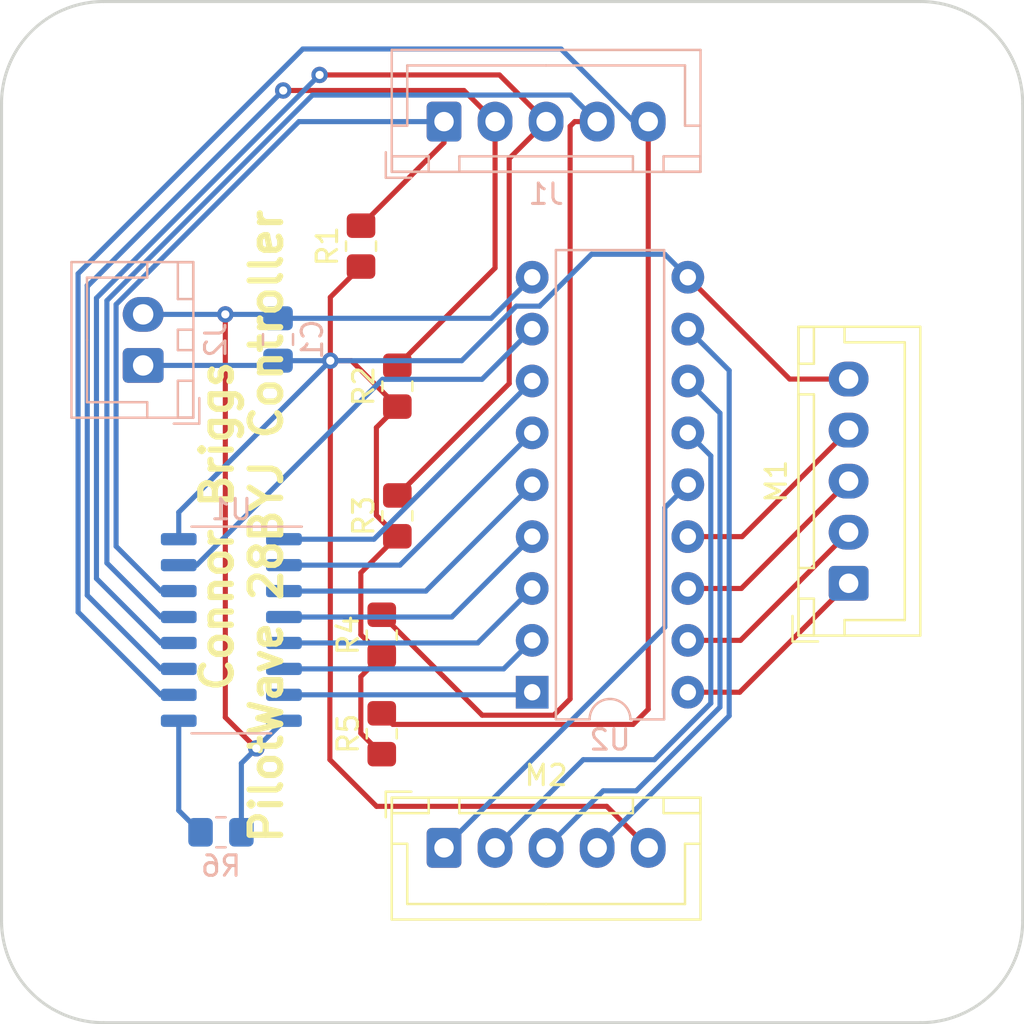
<source format=kicad_pcb>
(kicad_pcb (version 20211014) (generator pcbnew)
  (layers (0 "F.Cu" signal) (31 "B.Cu" signal) (34 "B.Paste" user) (35 "F.Paste" user) (36 "B.SilkS" user "B.Silkscreen") (37 "F.SilkS" user "F.Silkscreen") (38 "B.Mask" user) (39 "F.Mask" user) (44 "Edge.Cuts" user))
  (net 0 "")
  (net 1 "Earth")
  (net 2 "+5V")
  (net 3 "Net-(J1-Pad5)")
  (net 4 "Net-(J1-Pad4)")
  (net 5 "Net-(J1-Pad3)")
  (net 6 "Net-(J1-Pad2)")
  (net 7 "Net-(J1-Pad1)")
  (net 8 "Net-(M1-Pad4)")
  (net 9 "Net-(M1-Pad3)")
  (net 10 "Net-(M1-Pad2)")
  (net 11 "Net-(M1-Pad1)")
  (net 12 "Net-(M2-Pad4)")
  (net 13 "Net-(M2-Pad3)")
  (net 14 "Net-(M2-Pad2)")
  (net 15 "Net-(M2-Pad1)")
  (net 16 "Net-(R6-Pad1)")
  (net 17 "Net-(U1-Pad15)")
  (net 18 "Net-(U1-Pad7)")
  (net 19 "Net-(U1-Pad6)")
  (net 20 "Net-(U1-Pad5)")
  (net 21 "Net-(U1-Pad4)")
  (net 22 "Net-(U1-Pad3)")
  (net 23 "Net-(U1-Pad2)")
  (net 24 "Net-(U1-Pad1)")
  (footprint "Connector_JST:JST_XH_B5B-XH-A_1x05_P2.50mm_Vertical" (layer "F.Cu") (at 141.478 78.486 90)
    (fp_text reference "M1" (at 5 -3.55 90) (layer "F.SilkS"))
    (fp_text value "28BYJ-48_Stepper")
    (fp_line (start -0.75 -2.45) (end -2.55 -2.45) (layer "F.SilkS") (width 0.12))
    (fp_line (start -2.56 -2.46) (end -2.56 3.51) (layer "F.SilkS") (width 0.12))
    (fp_line (start -2.55 -1.7) (end -0.75 -1.7) (layer "F.SilkS") (width 0.12))
    (fp_line (start 10.75 -2.45) (end 10.75 -1.7) (layer "F.SilkS") (width 0.12))
    (fp_line (start 0.75 -1.7) (end 9.25 -1.7) (layer "F.SilkS") (width 0.12))
    (fp_line (start 10.75 -1.7) (end 12.55 -1.7) (layer "F.SilkS") (width 0.12))
    (fp_line (start -1.6 -2.75) (end -2.85 -2.75) (layer "F.SilkS") (width 0.12))
    (fp_line (start -1.8 -0.2) (end -1.8 2.75) (layer "F.SilkS") (width 0.12))
    (fp_line (start 12.55 -2.45) (end 10.75 -2.45) (layer "F.SilkS") (width 0.12))
    (fp_line (start 9.25 -2.45) (end 0.75 -2.45) (layer "F.SilkS") (width 0.12))
    (fp_line (start 0.75 -2.45) (end 0.75 -1.7) (layer "F.SilkS") (width 0.12))
    (fp_line (start -1.8 2.75) (end 5 2.75) (layer "F.SilkS") (width 0.12))
    (fp_line (start 12.56 -2.46) (end -2.56 -2.46) (layer "F.SilkS") (width 0.12))
    (fp_line (start 11.8 -0.2) (end 11.8 2.75) (layer "F.SilkS") (width 0.12))
    (fp_line (start 12.56 3.51) (end 12.56 -2.46) (layer "F.SilkS") (width 0.12))
    (fp_line (start -0.75 -1.7) (end -0.75 -2.45) (layer "F.SilkS") (width 0.12))
    (fp_line (start -2.85 -2.75) (end -2.85 -1.5) (layer "F.SilkS") (width 0.12))
    (fp_line (start -2.56 3.51) (end 12.56 3.51) (layer "F.SilkS") (width 0.12))
    (fp_line (start -2.55 -0.2) (end -1.8 -0.2) (layer "F.SilkS") (width 0.12))
    (fp_line (start 11.8 2.75) (end 5 2.75) (layer "F.SilkS") (width 0.12))
    (fp_line (start 12.55 -1.7) (end 12.55 -2.45) (layer "F.SilkS") (width 0.12))
    (fp_line (start 9.25 -1.7) (end 9.25 -2.45) (layer "F.SilkS") (width 0.12))
    (fp_line (start -2.55 -2.45) (end -2.55 -1.7) (layer "F.SilkS") (width 0.12))
    (fp_line (start 12.55 -0.2) (end 11.8 -0.2) (layer "F.SilkS") (width 0.12))
    (pad "1" thru_hole roundrect locked (at 0 0 90) (size 1.7 1.95) (drill 0.95) (layers *.Cu *.Mask) (roundrect_rratio 0.147059) (net 11 "Net-(M1-Pad1)"))
    (pad "2" thru_hole oval locked (at 2.5 0 90) (size 1.7 1.95) (drill 0.95) (layers *.Cu *.Mask) (net 10 "Net-(M1-Pad2)"))
    (pad "3" thru_hole oval locked (at 5 0 90) (size 1.7 1.95) (drill 0.95) (layers *.Cu *.Mask) (net 9 "Net-(M1-Pad3)"))
    (pad "4" thru_hole oval locked (at 7.5 0 90) (size 1.7 1.95) (drill 0.95) (layers *.Cu *.Mask) (net 8 "Net-(M1-Pad4)"))
    (pad "5" thru_hole oval locked (at 10 0 90) (size 1.7 1.95) (drill 0.95) (layers *.Cu *.Mask) (net 2 "+5V"))
  )
  (footprint "Connector_JST:JST_XH_B5B-XH-A_1x05_P2.50mm_Vertical" (layer "F.Cu") (at 121.666 91.44)
    (fp_text reference "M2" (at 5 -3.55) (layer "F.SilkS"))
    (fp_text value "28BYJ-48_Stepper")
    (fp_line (start 9.25 -1.7) (end 9.25 -2.45) (layer "F.SilkS") (width 0.12))
    (fp_line (start -2.56 3.51) (end 12.56 3.51) (layer "F.SilkS") (width 0.12))
    (fp_line (start -2.56 -2.46) (end -2.56 3.51) (layer "F.SilkS") (width 0.12))
    (fp_line (start 0.75 -1.7) (end 9.25 -1.7) (layer "F.SilkS") (width 0.12))
    (fp_line (start -0.75 -1.7) (end -0.75 -2.45) (layer "F.SilkS") (width 0.12))
    (fp_line (start 12.56 -2.46) (end -2.56 -2.46) (layer "F.SilkS") (width 0.12))
    (fp_line (start -2.55 -2.45) (end -2.55 -1.7) (layer "F.SilkS") (width 0.12))
    (fp_line (start 12.55 -0.2) (end 11.8 -0.2) (layer "F.SilkS") (width 0.12))
    (fp_line (start -0.75 -2.45) (end -2.55 -2.45) (layer "F.SilkS") (width 0.12))
    (fp_line (start 12.56 3.51) (end 12.56 -2.46) (layer "F.SilkS") (width 0.12))
    (fp_line (start 11.8 -0.2) (end 11.8 2.75) (layer "F.SilkS") (width 0.12))
    (fp_line (start -2.55 -0.2) (end -1.8 -0.2) (layer "F.SilkS") (width 0.12))
    (fp_line (start 12.55 -2.45) (end 10.75 -2.45) (layer "F.SilkS") (width 0.12))
    (fp_line (start 11.8 2.75) (end 5 2.75) (layer "F.SilkS") (width 0.12))
    (fp_line (start 12.55 -1.7) (end 12.55 -2.45) (layer "F.SilkS") (width 0.12))
    (fp_line (start 10.75 -2.45) (end 10.75 -1.7) (layer "F.SilkS") (width 0.12))
    (fp_line (start -2.85 -2.75) (end -2.85 -1.5) (layer "F.SilkS") (width 0.12))
    (fp_line (start -1.6 -2.75) (end -2.85 -2.75) (layer "F.SilkS") (width 0.12))
    (fp_line (start 0.75 -2.45) (end 0.75 -1.7) (layer "F.SilkS") (width 0.12))
    (fp_line (start 10.75 -1.7) (end 12.55 -1.7) (layer "F.SilkS") (width 0.12))
    (fp_line (start 9.25 -2.45) (end 0.75 -2.45) (layer "F.SilkS") (width 0.12))
    (fp_line (start -1.8 2.75) (end 5 2.75) (layer "F.SilkS") (width 0.12))
    (fp_line (start -1.8 -0.2) (end -1.8 2.75) (layer "F.SilkS") (width 0.12))
    (fp_line (start -2.55 -1.7) (end -0.75 -1.7) (layer "F.SilkS") (width 0.12))
    (pad "1" thru_hole roundrect locked (at 0 0) (size 1.7 1.95) (drill 0.95) (layers *.Cu *.Mask) (roundrect_rratio 0.147059) (net 15 "Net-(M2-Pad1)"))
    (pad "2" thru_hole oval locked (at 2.5 0) (size 1.7 1.95) (drill 0.95) (layers *.Cu *.Mask) (net 14 "Net-(M2-Pad2)"))
    (pad "3" thru_hole oval locked (at 5 0) (size 1.7 1.95) (drill 0.95) (layers *.Cu *.Mask) (net 13 "Net-(M2-Pad3)"))
    (pad "4" thru_hole oval locked (at 7.5 0) (size 1.7 1.95) (drill 0.95) (layers *.Cu *.Mask) (net 12 "Net-(M2-Pad4)"))
    (pad "5" thru_hole oval locked (at 10 0) (size 1.7 1.95) (drill 0.95) (layers *.Cu *.Mask) (net 2 "+5V"))
  )
  (footprint "Resistor_SMD:R_0805_2012Metric_Pad1.20x1.40mm_HandSolder" (layer "F.Cu") (at 117.602 61.976 90)
    (fp_text reference "R1" (at 0 -1.65 270) (layer "F.SilkS"))
    (fp_text value "10K")
    (fp_line (start -0.227064 0.735) (end 0.227064 0.735) (layer "F.SilkS") (width 0.12))
    (fp_line (start -0.227064 -0.735) (end 0.227064 -0.735) (layer "F.SilkS") (width 0.12))
    (pad "1" smd roundrect locked (at -1 0 90) (size 1.2 1.4) (layers "F.Cu" "F.Paste" "F.Mask") (roundrect_rratio 0.208333) (net 2 "+5V"))
    (pad "2" smd roundrect locked (at 1 0 90) (size 1.2 1.4) (layers "F.Cu" "F.Paste" "F.Mask") (roundrect_rratio 0.208333) (net 7 "Net-(J1-Pad1)"))
  )
  (footprint "Resistor_SMD:R_0805_2012Metric_Pad1.20x1.40mm_HandSolder" (layer "F.Cu") (at 119.38 68.834 90)
    (fp_text reference "R2" (at 0 -1.65 270) (layer "F.SilkS"))
    (fp_text value "10K")
    (fp_line (start -0.227064 -0.735) (end 0.227064 -0.735) (layer "F.SilkS") (width 0.12))
    (fp_line (start -0.227064 0.735) (end 0.227064 0.735) (layer "F.SilkS") (width 0.12))
    (pad "1" smd roundrect locked (at -1 0 90) (size 1.2 1.4) (layers "F.Cu" "F.Paste" "F.Mask") (roundrect_rratio 0.208333) (net 2 "+5V"))
    (pad "2" smd roundrect locked (at 1 0 90) (size 1.2 1.4) (layers "F.Cu" "F.Paste" "F.Mask") (roundrect_rratio 0.208333) (net 6 "Net-(J1-Pad2)"))
  )
  (footprint "Resistor_SMD:R_0805_2012Metric_Pad1.20x1.40mm_HandSolder" (layer "F.Cu") (at 119.38 75.184 90)
    (fp_text reference "R3" (at 0 -1.65 270) (layer "F.SilkS"))
    (fp_text value "10K")
    (fp_line (start -0.227064 -0.735) (end 0.227064 -0.735) (layer "F.SilkS") (width 0.12))
    (fp_line (start -0.227064 0.735) (end 0.227064 0.735) (layer "F.SilkS") (width 0.12))
    (pad "1" smd roundrect locked (at -1 0 90) (size 1.2 1.4) (layers "F.Cu" "F.Paste" "F.Mask") (roundrect_rratio 0.208333) (net 2 "+5V"))
    (pad "2" smd roundrect locked (at 1 0 90) (size 1.2 1.4) (layers "F.Cu" "F.Paste" "F.Mask") (roundrect_rratio 0.208333) (net 5 "Net-(J1-Pad3)"))
  )
  (footprint "Resistor_SMD:R_0805_2012Metric_Pad1.20x1.40mm_HandSolder" (layer "F.Cu") (at 118.618 81.026 90)
    (fp_text reference "R4" (at 0 -1.65 270) (layer "F.SilkS"))
    (fp_text value "10K")
    (fp_line (start -0.227064 -0.735) (end 0.227064 -0.735) (layer "F.SilkS") (width 0.12))
    (fp_line (start -0.227064 0.735) (end 0.227064 0.735) (layer "F.SilkS") (width 0.12))
    (pad "1" smd roundrect locked (at -1 0 90) (size 1.2 1.4) (layers "F.Cu" "F.Paste" "F.Mask") (roundrect_rratio 0.208333) (net 2 "+5V"))
    (pad "2" smd roundrect locked (at 1 0 90) (size 1.2 1.4) (layers "F.Cu" "F.Paste" "F.Mask") (roundrect_rratio 0.208333) (net 4 "Net-(J1-Pad4)"))
  )
  (footprint "Resistor_SMD:R_0805_2012Metric_Pad1.20x1.40mm_HandSolder" (layer "F.Cu") (at 118.618 85.852 90)
    (fp_text reference "R5" (at 0 -1.65 90) (layer "F.SilkS"))
    (fp_text value "10K")
    (fp_line (start -0.227064 0.735) (end 0.227064 0.735) (layer "F.SilkS") (width 0.12))
    (fp_line (start -0.227064 -0.735) (end 0.227064 -0.735) (layer "F.SilkS") (width 0.12))
    (pad "1" smd roundrect locked (at -1 0 90) (size 1.2 1.4) (layers "F.Cu" "F.Paste" "F.Mask") (roundrect_rratio 0.208333) (net 2 "+5V"))
    (pad "2" smd roundrect locked (at 1 0 90) (size 1.2 1.4) (layers "F.Cu" "F.Paste" "F.Mask") (roundrect_rratio 0.208333) (net 3 "Net-(J1-Pad5)"))
  )
  (footprint "MountingHole:MountingHole_4.3mm_M4_ISO14580" (layer "F.Cu") (at 105 55)
    (fp_text reference "REF**" hide)
    (fp_text value "MountingHole_4.3mm_M4_ISO14580" hide)
    (pad "" np_thru_hole circle locked (at 0 0) (size 4.3 4.3) (drill 4.3) (layers *.Cu *.Mask))
  )
  (footprint "MountingHole:MountingHole_4.3mm_M4_ISO14580" (layer "F.Cu") (at 145 55)
    (fp_text reference "REF**" hide)
    (fp_text value "MountingHole_4.3mm_M4_ISO14580" hide)
    (pad "" np_thru_hole circle locked (at 0 0) (size 4.3 4.3) (drill 4.3) (layers *.Cu *.Mask))
  )
  (footprint "MountingHole:MountingHole_4.3mm_M4_ISO14580" (layer "F.Cu") (at 105 95)
    (fp_text reference "REF**" hide)
    (fp_text value "MountingHole_4.3mm_M4_ISO14580" hide)
    (pad "" np_thru_hole circle locked (at 0 0) (size 4.3 4.3) (drill 4.3) (layers *.Cu *.Mask))
  )
  (footprint "MountingHole:MountingHole_4.3mm_M4_ISO14580" (layer "F.Cu") (at 145 95)
    (fp_text reference "REF**" hide)
    (fp_text value "MountingHole_4.3mm_M4_ISO14580" hide)
    (pad "" np_thru_hole circle locked (at 0 0) (size 4.3 4.3) (drill 4.3) (layers *.Cu *.Mask))
  )
  (footprint "Capacitor_SMD:C_0805_2012Metric_Pad1.18x1.45mm_HandSolder" (layer "B.Cu") (at 113.538 66.548 90)
    (fp_text reference "C1" (at 0 1.68 270) (layer "B.SilkS") (effects (justify mirror)))
    (fp_text value "10 nF")
    (fp_line (start -0.261252 0.735) (end 0.261252 0.735) (layer "B.SilkS") (width 0.12))
    (fp_line (start -0.261252 -0.735) (end 0.261252 -0.735) (layer "B.SilkS") (width 0.12))
    (pad "1" smd roundrect locked (at -1.0375 0 90) (size 1.175 1.45) (layers "B.Cu" "B.Paste" "B.Mask") (roundrect_rratio 0.212766) (net 2 "+5V"))
    (pad "2" smd roundrect locked (at 1.0375 0 90) (size 1.175 1.45) (layers "B.Cu" "B.Paste" "B.Mask") (roundrect_rratio 0.212766) (net 1 "Earth"))
  )
  (footprint "Connector_JST:JST_XH_B5B-XH-A_1x05_P2.50mm_Vertical" (layer "B.Cu") (at 121.666 55.88)
    (fp_text reference "J1" (at 5 3.55) (layer "B.SilkS") (effects (justify mirror)))
    (fp_text value "INPUT")
    (fp_line (start 12.56 2.46) (end -2.56 2.46) (layer "B.SilkS") (width 0.12))
    (fp_line (start -2.55 2.45) (end -2.55 1.7) (layer "B.SilkS") (width 0.12))
    (fp_line (start 11.8 -2.75) (end 5 -2.75) (layer "B.SilkS") (width 0.12))
    (fp_line (start 9.25 1.7) (end 9.25 2.45) (layer "B.SilkS") (width 0.12))
    (fp_line (start -2.56 -3.51) (end 12.56 -3.51) (layer "B.SilkS") (width 0.12))
    (fp_line (start -1.8 -2.75) (end 5 -2.75) (layer "B.SilkS") (width 0.12))
    (fp_line (start -0.75 2.45) (end -2.55 2.45) (layer "B.SilkS") (width 0.12))
    (fp_line (start 12.55 2.45) (end 10.75 2.45) (layer "B.SilkS") (width 0.12))
    (fp_line (start 0.75 2.45) (end 0.75 1.7) (layer "B.SilkS") (width 0.12))
    (fp_line (start -1.8 0.2) (end -1.8 -2.75) (layer "B.SilkS") (width 0.12))
    (fp_line (start -0.75 1.7) (end -0.75 2.45) (layer "B.SilkS") (width 0.12))
    (fp_line (start 0.75 1.7) (end 9.25 1.7) (layer "B.SilkS") (width 0.12))
    (fp_line (start 12.55 0.2) (end 11.8 0.2) (layer "B.SilkS") (width 0.12))
    (fp_line (start -1.6 2.75) (end -2.85 2.75) (layer "B.SilkS") (width 0.12))
    (fp_line (start -2.55 0.2) (end -1.8 0.2) (layer "B.SilkS") (width 0.12))
    (fp_line (start 10.75 2.45) (end 10.75 1.7) (layer "B.SilkS") (width 0.12))
    (fp_line (start -2.85 2.75) (end -2.85 1.5) (layer "B.SilkS") (width 0.12))
    (fp_line (start 12.55 1.7) (end 12.55 2.45) (layer "B.SilkS") (width 0.12))
    (fp_line (start 9.25 2.45) (end 0.75 2.45) (layer "B.SilkS") (width 0.12))
    (fp_line (start 12.56 -3.51) (end 12.56 2.46) (layer "B.SilkS") (width 0.12))
    (fp_line (start 10.75 1.7) (end 12.55 1.7) (layer "B.SilkS") (width 0.12))
    (fp_line (start -2.56 2.46) (end -2.56 -3.51) (layer "B.SilkS") (width 0.12))
    (fp_line (start 11.8 0.2) (end 11.8 -2.75) (layer "B.SilkS") (width 0.12))
    (fp_line (start -2.55 1.7) (end -0.75 1.7) (layer "B.SilkS") (width 0.12))
    (pad "1" thru_hole roundrect locked (at 0 0) (size 1.7 1.95) (drill 0.95) (layers *.Cu *.Mask) (roundrect_rratio 0.147059) (net 7 "Net-(J1-Pad1)"))
    (pad "2" thru_hole oval locked (at 2.5 0) (size 1.7 1.95) (drill 0.95) (layers *.Cu *.Mask) (net 6 "Net-(J1-Pad2)"))
    (pad "3" thru_hole oval locked (at 5 0) (size 1.7 1.95) (drill 0.95) (layers *.Cu *.Mask) (net 5 "Net-(J1-Pad3)"))
    (pad "4" thru_hole oval locked (at 7.5 0) (size 1.7 1.95) (drill 0.95) (layers *.Cu *.Mask) (net 4 "Net-(J1-Pad4)"))
    (pad "5" thru_hole oval locked (at 10 0) (size 1.7 1.95) (drill 0.95) (layers *.Cu *.Mask) (net 3 "Net-(J1-Pad5)"))
  )
  (footprint "Connector_JST:JST_XH_B2B-XH-A_1x02_P2.50mm_Vertical" (layer "B.Cu") (at 106.934 67.818 90)
    (fp_text reference "J2" (at 1.25 3.55 90) (layer "B.SilkS") (effects (justify mirror)))
    (fp_text value "5V")
    (fp_line (start 0.75 1.7) (end 1.75 1.7) (layer "B.SilkS") (width 0.12))
    (fp_line (start 5.06 -3.51) (end 5.06 2.46) (layer "B.SilkS") (width 0.12))
    (fp_line (start -2.55 2.45) (end -2.55 1.7) (layer "B.SilkS") (width 0.12))
    (fp_line (start 4.3 -2.75) (end 1.25 -2.75) (layer "B.SilkS") (width 0.12))
    (fp_line (start 4.3 0.2) (end 4.3 -2.75) (layer "B.SilkS") (width 0.12))
    (fp_line (start 5.05 0.2) (end 4.3 0.2) (layer "B.SilkS") (width 0.12))
    (fp_line (start -0.75 2.45) (end -2.55 2.45) (layer "B.SilkS") (width 0.12))
    (fp_line (start -2.55 0.2) (end -1.8 0.2) (layer "B.SilkS") (width 0.12))
    (fp_line (start 5.06 2.46) (end -2.56 2.46) (layer "B.SilkS") (width 0.12))
    (fp_line (start 5.05 2.45) (end 3.25 2.45) (layer "B.SilkS") (width 0.12))
    (fp_line (start 1.75 2.45) (end 0.75 2.45) (layer "B.SilkS") (width 0.12))
    (fp_line (start -2.56 2.46) (end -2.56 -3.51) (layer "B.SilkS") (width 0.12))
    (fp_line (start -2.55 1.7) (end -0.75 1.7) (layer "B.SilkS") (width 0.12))
    (fp_line (start 1.75 1.7) (end 1.75 2.45) (layer "B.SilkS") (width 0.12))
    (fp_line (start -2.56 -3.51) (end 5.06 -3.51) (layer "B.SilkS") (width 0.12))
    (fp_line (start -1.6 2.75) (end -2.85 2.75) (layer "B.SilkS") (width 0.12))
    (fp_line (start 5.05 1.7) (end 5.05 2.45) (layer "B.SilkS") (width 0.12))
    (fp_line (start 3.25 2.45) (end 3.25 1.7) (layer "B.SilkS") (width 0.12))
    (fp_line (start 0.75 2.45) (end 0.75 1.7) (layer "B.SilkS") (width 0.12))
    (fp_line (start -1.8 -2.75) (end 1.25 -2.75) (layer "B.SilkS") (width 0.12))
    (fp_line (start -0.75 1.7) (end -0.75 2.45) (layer "B.SilkS") (width 0.12))
    (fp_line (start 3.25 1.7) (end 5.05 1.7) (layer "B.SilkS") (width 0.12))
    (fp_line (start -1.8 0.2) (end -1.8 -2.75) (layer "B.SilkS") (width 0.12))
    (fp_line (start -2.85 2.75) (end -2.85 1.5) (layer "B.SilkS") (width 0.12))
    (pad "1" thru_hole roundrect locked (at 0 0 90) (size 1.7 2) (drill 1) (layers *.Cu *.Mask) (roundrect_rratio 0.147059) (net 2 "+5V"))
    (pad "2" thru_hole oval locked (at 2.5 0 90) (size 1.7 2) (drill 1) (layers *.Cu *.Mask) (net 1 "Earth"))
  )
  (footprint "Resistor_SMD:R_0805_2012Metric_Pad1.20x1.40mm_HandSolder" (layer "B.Cu") (at 110.744 90.678)
    (fp_text reference "R6" (at 0 1.65) (layer "B.SilkS") (effects (justify mirror)))
    (fp_text value "1K")
    (fp_line (start -0.227064 -0.735) (end 0.227064 -0.735) (layer "B.SilkS") (width 0.12))
    (fp_line (start -0.227064 0.735) (end 0.227064 0.735) (layer "B.SilkS") (width 0.12))
    (pad "1" smd roundrect locked (at -1 0) (size 1.2 1.4) (layers "B.Cu" "B.Paste" "B.Mask") (roundrect_rratio 0.208333) (net 16 "Net-(R6-Pad1)"))
    (pad "2" smd roundrect locked (at 1 0) (size 1.2 1.4) (layers "B.Cu" "B.Paste" "B.Mask") (roundrect_rratio 0.208333) (net 1 "Earth"))
  )
  (footprint "Package_SO:SO-16_3.9x9.9mm_P1.27mm" (layer "B.Cu") (at 111.252 80.772 180)
    (fp_text reference "U1" (at 0 5.9) (layer "B.SilkS") (effects (justify mirror)))
    (fp_text value "74HC595")
    (fp_line (start 0 5.06) (end 1.95 5.06) (layer "B.SilkS") (width 0.12))
    (fp_line (start 0 -5.06) (end 1.95 -5.06) (layer "B.SilkS") (width 0.12))
    (fp_line (start 0 -5.06) (end -1.95 -5.06) (layer "B.SilkS") (width 0.12))
    (fp_line (start 0 5.06) (end -3.45 5.06) (layer "B.SilkS") (width 0.12))
    (pad "1" smd roundrect locked (at -2.575 4.445 180) (size 1.75 0.6) (layers "B.Cu" "B.Paste" "B.Mask") (net 24 "Net-(U1-Pad1)"))
    (pad "2" smd roundrect locked (at -2.575 3.175 180) (size 1.75 0.6) (layers "B.Cu" "B.Paste" "B.Mask") (net 23 "Net-(U1-Pad2)"))
    (pad "3" smd roundrect locked (at -2.575 1.905 180) (size 1.75 0.6) (layers "B.Cu" "B.Paste" "B.Mask") (net 22 "Net-(U1-Pad3)"))
    (pad "4" smd roundrect locked (at -2.575 0.635 180) (size 1.75 0.6) (layers "B.Cu" "B.Paste" "B.Mask") (net 21 "Net-(U1-Pad4)"))
    (pad "5" smd roundrect locked (at -2.575 -0.635 180) (size 1.75 0.6) (layers "B.Cu" "B.Paste" "B.Mask") (net 20 "Net-(U1-Pad5)"))
    (pad "6" smd roundrect locked (at -2.575 -1.905 180) (size 1.75 0.6) (layers "B.Cu" "B.Paste" "B.Mask") (net 19 "Net-(U1-Pad6)"))
    (pad "7" smd roundrect locked (at -2.575 -3.175 180) (size 1.75 0.6) (layers "B.Cu" "B.Paste" "B.Mask") (net 18 "Net-(U1-Pad7)"))
    (pad "8" smd roundrect locked (at -2.575 -4.445 180) (size 1.75 0.6) (layers "B.Cu" "B.Paste" "B.Mask") (net 1 "Earth"))
    (pad "9" smd roundrect locked (at 2.575 -4.445 180) (size 1.75 0.6) (layers "B.Cu" "B.Paste" "B.Mask") (net 16 "Net-(R6-Pad1)"))
    (pad "10" smd roundrect locked (at 2.575 -3.175 180) (size 1.75 0.6) (layers "B.Cu" "B.Paste" "B.Mask") (net 3 "Net-(J1-Pad5)"))
    (pad "11" smd roundrect locked (at 2.575 -1.905 180) (size 1.75 0.6) (layers "B.Cu" "B.Paste" "B.Mask") (net 6 "Net-(J1-Pad2)"))
    (pad "12" smd roundrect locked (at 2.575 -0.635 180) (size 1.75 0.6) (layers "B.Cu" "B.Paste" "B.Mask") (net 5 "Net-(J1-Pad3)"))
    (pad "13" smd roundrect locked (at 2.575 0.635 180) (size 1.75 0.6) (layers "B.Cu" "B.Paste" "B.Mask") (net 4 "Net-(J1-Pad4)"))
    (pad "14" smd roundrect locked (at 2.575 1.905 180) (size 1.75 0.6) (layers "B.Cu" "B.Paste" "B.Mask") (net 7 "Net-(J1-Pad1)"))
    (pad "15" smd roundrect locked (at 2.575 3.175 180) (size 1.75 0.6) (layers "B.Cu" "B.Paste" "B.Mask") (net 17 "Net-(U1-Pad15)"))
    (pad "16" smd roundrect locked (at 2.575 4.445 180) (size 1.75 0.6) (layers "B.Cu" "B.Paste" "B.Mask") (net 2 "+5V"))
  )
  (footprint "Package_DIP:DIP-18_W7.62mm" (layer "B.Cu") (at 125.984 83.82)
    (fp_text reference "U2" (at 3.81 2.33) (layer "B.SilkS") (effects (justify mirror)))
    (fp_text value "ULN2803A")
    (fp_line (start 6.46 1.33) (end 4.81 1.33) (layer "B.SilkS") (width 0.12))
    (fp_line (start 1.16 -21.65) (end 6.46 -21.65) (layer "B.SilkS") (width 0.12))
    (fp_line (start 6.46 -21.65) (end 6.46 1.33) (layer "B.SilkS") (width 0.12))
    (fp_line (start 1.16 1.33) (end 1.16 -21.65) (layer "B.SilkS") (width 0.12))
    (fp_line (start 2.81 1.33) (end 1.16 1.33) (layer "B.SilkS") (width 0.12))
    (fp_arc (start 2.81 1.33) (mid 3.81 0.33) (end 4.81 1.33) (layer "B.SilkS") (width 0.12))
    (pad "1" thru_hole rect locked (at 0 0) (size 1.6 1.6) (drill 0.8) (layers *.Cu *.Mask) (net 18 "Net-(U1-Pad7)"))
    (pad "2" thru_hole oval locked (at 0 -2.54) (size 1.6 1.6) (drill 0.8) (layers *.Cu *.Mask) (net 19 "Net-(U1-Pad6)"))
    (pad "3" thru_hole oval locked (at 0 -5.08) (size 1.6 1.6) (drill 0.8) (layers *.Cu *.Mask) (net 20 "Net-(U1-Pad5)"))
    (pad "4" thru_hole oval locked (at 0 -7.62) (size 1.6 1.6) (drill 0.8) (layers *.Cu *.Mask) (net 21 "Net-(U1-Pad4)"))
    (pad "5" thru_hole oval locked (at 0 -10.16) (size 1.6 1.6) (drill 0.8) (layers *.Cu *.Mask) (net 22 "Net-(U1-Pad3)"))
    (pad "6" thru_hole oval locked (at 0 -12.7) (size 1.6 1.6) (drill 0.8) (layers *.Cu *.Mask) (net 23 "Net-(U1-Pad2)"))
    (pad "7" thru_hole oval locked (at 0 -15.24) (size 1.6 1.6) (drill 0.8) (layers *.Cu *.Mask) (net 24 "Net-(U1-Pad1)"))
    (pad "8" thru_hole oval locked (at 0 -17.78) (size 1.6 1.6) (drill 0.8) (layers *.Cu *.Mask) (net 17 "Net-(U1-Pad15)"))
    (pad "9" thru_hole oval locked (at 0 -20.32) (size 1.6 1.6) (drill 0.8) (layers *.Cu *.Mask) (net 1 "Earth"))
    (pad "10" thru_hole oval locked (at 7.62 -20.32) (size 1.6 1.6) (drill 0.8) (layers *.Cu *.Mask) (net 2 "+5V"))
    (pad "11" thru_hole oval locked (at 7.62 -17.78) (size 1.6 1.6) (drill 0.8) (layers *.Cu *.Mask) (net 12 "Net-(M2-Pad4)"))
    (pad "12" thru_hole oval locked (at 7.62 -15.24) (size 1.6 1.6) (drill 0.8) (layers *.Cu *.Mask) (net 13 "Net-(M2-Pad3)"))
    (pad "13" thru_hole oval locked (at 7.62 -12.7) (size 1.6 1.6) (drill 0.8) (layers *.Cu *.Mask) (net 14 "Net-(M2-Pad2)"))
    (pad "14" thru_hole oval locked (at 7.62 -10.16) (size 1.6 1.6) (drill 0.8) (layers *.Cu *.Mask) (net 15 "Net-(M2-Pad1)"))
    (pad "15" thru_hole oval locked (at 7.62 -7.62) (size 1.6 1.6) (drill 0.8) (layers *.Cu *.Mask) (net 8 "Net-(M1-Pad4)"))
    (pad "16" thru_hole oval locked (at 7.62 -5.08) (size 1.6 1.6) (drill 0.8) (layers *.Cu *.Mask) (net 9 "Net-(M1-Pad3)"))
    (pad "17" thru_hole oval locked (at 7.62 -2.54) (size 1.6 1.6) (drill 0.8) (layers *.Cu *.Mask) (net 10 "Net-(M1-Pad2)"))
    (pad "18" thru_hole oval locked (at 7.62 0) (size 1.6 1.6) (drill 0.8) (layers *.Cu *.Mask) (net 11 "Net-(M1-Pad1)"))
  )
  (gr_line (start 100 95) (end 100 55) (layer "Edge.Cuts") (width 0.15))
  (gr_line (start 150 55) (end 150 95) (layer "Edge.Cuts") (width 0.15))
  (gr_arc (start 150 95) (mid 148.535534 98.535534) (end 145 100) (layer "Edge.Cuts") (width 0.15))
  (gr_line (start 105 50) (end 145 50) (layer "Edge.Cuts") (width 0.15))
  (gr_arc (start 145 50) (mid 148.535534 51.464466) (end 150 55) (layer "Edge.Cuts") (width 0.15))
  (gr_arc (start 105 100) (mid 101.464466 98.535534) (end 100 95) (layer "Edge.Cuts") (width 0.15))
  (gr_line (start 145 100) (end 105 100) (layer "Edge.Cuts") (width 0.15))
  (gr_arc (start 100 55) (mid 101.464466 51.464466) (end 105 50) (layer "Edge.Cuts") (width 0.15))
  (gr_text "Connor Briggs\nPilotWave 28BYJ Controller" (at 111.76 75.692 90) (layer "F.SilkS") (effects (font (size 1.5 1.5) (thickness 0.3))))
  (segment (start 110.958 65.318) (end 110.958 85.05) (width 0.25) (layer "F.Cu") (net 1))
  (segment (start 110.958 85.05) (end 112.476 86.568) (width 0.25) (layer "F.Cu") (net 1))
  (via (at 110.958 65.318) (size 0.8) (drill 0.4) (layers "F.Cu" "B.Cu") (net 1))
  (via (at 112.476 86.568) (size 0.8) (drill 0.4) (layers "F.Cu" "B.Cu") (net 1))
  (segment (start 112.476 86.568) (end 113.827 85.217) (width 0.25) (layer "B.Cu") (net 1))
  (segment (start 110.958 65.318) (end 113.3455 65.318) (width 0.25) (layer "B.Cu") (net 1))
  (segment (start 111.744 87.3) (end 112.476 86.568) (width 0.25) (layer "B.Cu") (net 1))
  (segment (start 111.744 90.678) (end 111.744 87.3) (width 0.25) (layer "B.Cu") (net 1))
  (segment (start 113.538 65.5105) (end 123.9735 65.5105) (width 0.25) (layer "B.Cu") (net 1))
  (segment (start 123.9735 65.5105) (end 125.984 63.5) (width 0.25) (layer "B.Cu") (net 1))
  (segment (start 113.3455 65.318) (end 113.538 65.5105) (width 0.25) (layer "B.Cu") (net 1))
  (segment (start 106.934 65.318) (end 110.958 65.318) (width 0.25) (layer "B.Cu") (net 1))
  (segment (start 118.35499 70.85901) (end 118.35499 75.15899) (width 0.25) (layer "F.Cu") (net 2))
  (segment (start 116.0995 83.94669) (end 116.078 83.96819) (width 0.25) (layer "F.Cu") (net 2))
  (segment (start 117.1315 67.5855) (end 119.38 69.834) (width 0.25) (layer "F.Cu") (net 2))
  (segment (start 118.618 82.026) (end 117.59299 83.05101) (width 0.25) (layer "F.Cu") (net 2))
  (segment (start 116.0995 64.4785) (end 117.602 62.976) (width 0.25) (layer "F.Cu") (net 2))
  (segment (start 118.35499 75.15899) (end 119.38 76.184) (width 0.25) (layer "F.Cu") (net 2))
  (segment (start 129.634 89.408) (end 131.666 91.44) (width 0.25) (layer "F.Cu") (net 2))
  (segment (start 138.59 68.486) (end 133.604 63.5) (width 0.25) (layer "F.Cu") (net 2))
  (segment (start 116.0995 67.5855) (end 116.0995 83.94669) (width 0.25) (layer "F.Cu") (net 2))
  (segment (start 116.078 83.96819) (end 116.078 87.122) (width 0.25) (layer "F.Cu") (net 2))
  (segment (start 116.078 87.122) (end 118.364 89.408) (width 0.25) (layer "F.Cu") (net 2))
  (segment (start 116.0995 67.5855) (end 117.1315 67.5855) (width 0.25) (layer "F.Cu") (net 2))
  (segment (start 117.59299 81.00099) (end 118.618 82.026) (width 0.25) (layer "F.Cu") (net 2))
  (segment (start 141.478 68.486) (end 138.59 68.486) (width 0.25) (layer "F.Cu") (net 2))
  (segment (start 116.0995 67.5855) (end 116.0995 64.4785) (width 0.25) (layer "F.Cu") (net 2))
  (segment (start 118.364 89.408) (end 129.634 89.408) (width 0.25) (layer "F.Cu") (net 2))
  (segment (start 117.59299 77.97101) (end 117.59299 81.00099) (width 0.25) (layer "F.Cu") (net 2))
  (segment (start 117.59299 85.82699) (end 118.618 86.852) (width 0.25) (layer "F.Cu") (net 2))
  (segment (start 119.38 76.184) (end 117.59299 77.97101) (width 0.25) (layer "F.Cu") (net 2))
  (segment (start 117.59299 83.05101) (end 117.59299 85.82699) (width 0.25) (layer "F.Cu") (net 2))
  (segment (start 119.38 69.834) (end 118.35499 70.85901) (width 0.25) (layer "F.Cu") (net 2))
  (via (at 116.0995 67.5855) (size 0.8) (drill 0.4) (layers "F.Cu" "B.Cu") (net 2))
  (segment (start 116.0995 67.5855) (end 116.0995 67.5855) (width 0.25) (layer "B.Cu") (net 2))
  (segment (start 108.677 76.327) (end 108.677 75.008) (width 0.25) (layer "B.Cu") (net 2))
  (segment (start 113.3055 67.818) (end 113.538 67.5855) (width 0.25) (layer "B.Cu") (net 2))
  (segment (start 132.478999 62.374999) (end 128.887001 62.374999) (width 0.25) (layer "B.Cu") (net 2))
  (segment (start 113.538 67.5855) (end 116.0995 67.5855) (width 0.25) (layer "B.Cu") (net 2))
  (segment (start 108.677 75.008) (end 116.0995 67.5855) (width 0.25) (layer "B.Cu") (net 2))
  (segment (start 125.205411 64.914999) (end 122.53491 67.5855) (width 0.25) (layer "B.Cu") (net 2))
  (segment (start 122.53491 67.5855) (end 116.0995 67.5855) (width 0.25) (layer "B.Cu") (net 2))
  (segment (start 126.347001 64.914999) (end 125.205411 64.914999) (width 0.25) (layer "B.Cu") (net 2))
  (segment (start 133.604 63.5) (end 132.478999 62.374999) (width 0.25) (layer "B.Cu") (net 2))
  (segment (start 128.887001 62.374999) (end 126.347001 64.914999) (width 0.25) (layer "B.Cu") (net 2))
  (segment (start 106.934 67.818) (end 113.3055 67.818) (width 0.25) (layer "B.Cu") (net 2))
  (segment (start 131.666 55.88) (end 131.666 84.653285) (width 0.25) (layer "F.Cu") (net 3))
  (segment (start 130.924274 85.395011) (end 119.161011 85.395011) (width 0.25) (layer "F.Cu") (net 3))
  (segment (start 131.666 84.653285) (end 130.924274 85.395011) (width 0.25) (layer "F.Cu") (net 3))
  (segment (start 119.161011 85.395011) (end 118.618 84.852) (width 0.25) (layer "F.Cu") (net 3))
  (segment (start 103.747981 63.327017) (end 114.750998 52.324) (width 0.25) (layer "B.Cu") (net 3))
  (segment (start 114.750998 52.324) (end 127.396715 52.324) (width 0.25) (layer "B.Cu") (net 3))
  (segment (start 103.747981 79.892981) (end 103.747981 63.327017) (width 0.25) (layer "B.Cu") (net 3))
  (segment (start 130.952715 55.88) (end 131.666 55.88) (width 0.25) (layer "B.Cu") (net 3))
  (segment (start 107.802 83.947) (end 103.747981 79.892981) (width 0.25) (layer "B.Cu") (net 3))
  (segment (start 127.396715 52.324) (end 130.952715 55.88) (width 0.25) (layer "B.Cu") (net 3))
  (segment (start 108.677 83.947) (end 107.802 83.947) (width 0.25) (layer "B.Cu") (net 3))
  (segment (start 127.044001 84.945001) (end 123.537001 84.945001) (width 0.25) (layer "F.Cu") (net 4))
  (segment (start 127.84101 56.10499) (end 127.84101 84.147992) (width 0.25) (layer "F.Cu") (net 4))
  (segment (start 128.066 55.88) (end 127.84101 56.10499) (width 0.25) (layer "F.Cu") (net 4))
  (segment (start 129.166 55.88) (end 128.066 55.88) (width 0.25) (layer "F.Cu") (net 4))
  (segment (start 123.537001 84.945001) (end 118.618 80.026) (width 0.25) (layer "F.Cu") (net 4))
  (segment (start 127.84101 84.147992) (end 127.044001 84.945001) (width 0.25) (layer "F.Cu") (net 4))
  (segment (start 115.223885 54.57999) (end 127.86599 54.57999) (width 0.25) (layer "B.Cu") (net 4))
  (segment (start 105.158981 77.493981) (end 105.158981 64.644894) (width 0.25) (layer "B.Cu") (net 4))
  (segment (start 105.158981 64.644894) (end 115.223885 54.57999) (width 0.25) (layer "B.Cu") (net 4))
  (segment (start 127.86599 54.57999) (end 129.166 55.88) (width 0.25) (layer "B.Cu") (net 4))
  (segment (start 108.677 80.137) (end 107.802 80.137) (width 0.25) (layer "B.Cu") (net 4))
  (segment (start 107.802 80.137) (end 105.158981 77.493981) (width 0.25) (layer "B.Cu") (net 4))
  (segment (start 124.858999 57.687001) (end 124.858999 68.705001) (width 0.25) (layer "F.Cu") (net 5))
  (segment (start 115.573465 53.594) (end 124.38 53.594) (width 0.25) (layer "F.Cu") (net 5))
  (segment (start 124.38 53.594) (end 126.666 55.88) (width 0.25) (layer "F.Cu") (net 5))
  (segment (start 126.666 55.88) (end 124.858999 57.687001) (width 0.25) (layer "F.Cu") (net 5))
  (segment (start 124.858999 68.705001) (end 119.38 74.184) (width 0.25) (layer "F.Cu") (net 5))
  (via (at 115.573465 53.594) (size 0.8) (drill 0.4) (layers "F.Cu" "B.Cu") (net 5))
  (segment (start 115.573465 53.594) (end 115.573465 53.594) (width 0.25) (layer "B.Cu") (net 5))
  (segment (start 104.648 78.253) (end 104.648 64.519465) (width 0.25) (layer "B.Cu") (net 5))
  (segment (start 108.677 81.407) (end 107.802 81.407) (width 0.25) (layer "B.Cu") (net 5))
  (segment (start 104.648 64.519465) (end 115.573465 53.594) (width 0.25) (layer "B.Cu") (net 5))
  (segment (start 107.802 81.407) (end 104.648 78.253) (width 0.25) (layer "B.Cu") (net 5))
  (segment (start 113.792 54.356) (end 122.642 54.356) (width 0.25) (layer "F.Cu") (net 6))
  (segment (start 124.166 55.88) (end 124.166 63.048) (width 0.25) (layer "F.Cu") (net 6))
  (segment (start 124.166 63.048) (end 119.38 67.834) (width 0.25) (layer "F.Cu") (net 6))
  (segment (start 122.642 54.356) (end 124.166 55.88) (width 0.25) (layer "F.Cu") (net 6))
  (via (at 113.792 54.356) (size 0.8) (drill 0.4) (layers "F.Cu" "B.Cu") (net 6))
  (segment (start 108.677 82.677) (end 107.802 82.677) (width 0.25) (layer "B.Cu") (net 6))
  (segment (start 104.197991 63.896472) (end 104.251528 63.896472) (width 0.25) (layer "B.Cu") (net 6))
  (segment (start 104.197991 79.072991) (end 104.197991 63.896472) (width 0.25) (layer "B.Cu") (net 6))
  (segment (start 104.251528 63.896472) (end 113.792 54.356) (width 0.25) (layer "B.Cu") (net 6))
  (segment (start 107.802 82.677) (end 104.197991 79.072991) (width 0.25) (layer "B.Cu") (net 6))
  (segment (start 121.666 56.912) (end 117.602 60.976) (width 0.25) (layer "F.Cu") (net 7))
  (segment (start 121.666 55.88) (end 121.666 56.912) (width 0.25) (layer "F.Cu") (net 7))
  (segment (start 105.60899 64.831295) (end 114.560285 55.88) (width 0.25) (layer "B.Cu") (net 7))
  (segment (start 108.677 78.867) (end 107.802 78.867) (width 0.25) (layer "B.Cu") (net 7))
  (segment (start 105.60899 76.67399) (end 105.60899 64.831295) (width 0.25) (layer "B.Cu") (net 7))
  (segment (start 114.560285 55.88) (end 121.666 55.88) (width 0.25) (layer "B.Cu") (net 7))
  (segment (start 107.802 78.867) (end 105.60899 76.67399) (width 0.25) (layer "B.Cu") (net 7))
  (segment (start 133.604 76.2) (end 136.264 76.2) (width 0.25) (layer "F.Cu") (net 8))
  (segment (start 136.264 76.2) (end 141.478 70.986) (width 0.25) (layer "F.Cu") (net 8))
  (segment (start 133.604 78.74) (end 136.224 78.74) (width 0.25) (layer "F.Cu") (net 9))
  (segment (start 136.224 78.74) (end 141.478 73.486) (width 0.25) (layer "F.Cu") (net 9))
  (segment (start 133.604 81.28) (end 136.184 81.28) (width 0.25) (layer "F.Cu") (net 10))
  (segment (start 136.184 81.28) (end 141.478 75.986) (width 0.25) (layer "F.Cu") (net 10))
  (segment (start 133.604 83.82) (end 136.144 83.82) (width 0.25) (layer "F.Cu") (net 11))
  (segment (start 136.144 83.82) (end 141.478 78.486) (width 0.25) (layer "F.Cu") (net 11))
  (segment (start 135.629019 84.976981) (end 129.166 91.44) (width 0.25) (layer "B.Cu") (net 12))
  (segment (start 135.629019 68.065019) (end 135.629019 84.976981) (width 0.25) (layer "B.Cu") (net 12))
  (segment (start 133.604 66.04) (end 135.629019 68.065019) (width 0.25) (layer "B.Cu") (net 12))
  (segment (start 129.46 88.646) (end 126.666 91.44) (width 0.25) (layer "B.Cu") (net 13))
  (segment (start 135.17901 84.546402) (end 131.079412 88.646) (width 0.25) (layer "B.Cu") (net 13))
  (segment (start 135.17901 70.15501) (end 135.17901 84.546402) (width 0.25) (layer "B.Cu") (net 13))
  (segment (start 133.604 68.58) (end 135.17901 70.15501) (width 0.25) (layer "B.Cu") (net 13))
  (segment (start 131.079412 88.646) (end 129.46 88.646) (width 0.25) (layer "B.Cu") (net 13))
  (segment (start 131.967002 87.122) (end 128.484 87.122) (width 0.25) (layer "B.Cu") (net 14))
  (segment (start 134.729001 84.360001) (end 131.967002 87.122) (width 0.25) (layer "B.Cu") (net 14))
  (segment (start 128.484 87.122) (end 124.166 91.44) (width 0.25) (layer "B.Cu") (net 14))
  (segment (start 133.604 71.12) (end 134.729001 72.245001) (width 0.25) (layer "B.Cu") (net 14))
  (segment (start 134.729001 72.245001) (end 134.729001 84.360001) (width 0.25) (layer "B.Cu") (net 14))
  (segment (start 132.478999 74.785001) (end 132.478999 80.627001) (width 0.25) (layer "B.Cu") (net 15))
  (segment (start 132.478999 80.627001) (end 121.666 91.44) (width 0.25) (layer "B.Cu") (net 15))
  (segment (start 133.604 73.66) (end 132.478999 74.785001) (width 0.25) (layer "B.Cu") (net 15))
  (segment (start 108.677 85.217) (end 108.677 89.611) (width 0.25) (layer "B.Cu") (net 16))
  (segment (start 108.677 89.611) (end 109.744 90.678) (width 0.25) (layer "B.Cu") (net 16))
  (segment (start 118.65099 68.49801) (end 109.552 77.597) (width 0.25) (layer "B.Cu") (net 17))
  (segment (start 125.984 66.04) (end 123.52599 68.49801) (width 0.25) (layer "B.Cu") (net 17))
  (segment (start 109.552 77.597) (end 108.677 77.597) (width 0.25) (layer "B.Cu") (net 17))
  (segment (start 123.52599 68.49801) (end 118.65099 68.49801) (width 0.25) (layer "B.Cu") (net 17))
  (segment (start 113.827 83.947) (end 125.857 83.947) (width 0.25) (layer "B.Cu") (net 18))
  (segment (start 125.857 83.947) (end 125.984 83.82) (width 0.25) (layer "B.Cu") (net 18))
  (segment (start 113.827 82.677) (end 124.587 82.677) (width 0.25) (layer "B.Cu") (net 19))
  (segment (start 124.587 82.677) (end 125.984 81.28) (width 0.25) (layer "B.Cu") (net 19))
  (segment (start 123.317 81.407) (end 125.984 78.74) (width 0.25) (layer "B.Cu") (net 20))
  (segment (start 113.827 81.407) (end 123.317 81.407) (width 0.25) (layer "B.Cu") (net 20))
  (segment (start 113.827 80.137) (end 122.047 80.137) (width 0.25) (layer "B.Cu") (net 21))
  (segment (start 122.047 80.137) (end 125.984 76.2) (width 0.25) (layer "B.Cu") (net 21))
  (segment (start 113.827 78.867) (end 120.777 78.867) (width 0.25) (layer "B.Cu") (net 22))
  (segment (start 120.777 78.867) (end 125.984 73.66) (width 0.25) (layer "B.Cu") (net 22))
  (segment (start 113.827 77.597) (end 119.507 77.597) (width 0.25) (layer "B.Cu") (net 23))
  (segment (start 119.507 77.597) (end 125.984 71.12) (width 0.25) (layer "B.Cu") (net 23))
  (segment (start 118.237 76.327) (end 125.984 68.58) (width 0.25) (layer "B.Cu") (net 24))
  (segment (start 113.827 76.327) (end 118.237 76.327) (width 0.25) (layer "B.Cu") (net 24))
)
</source>
